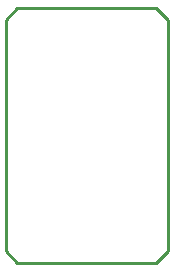
<source format=gbr>
G04 EAGLE Gerber RS-274X export*
G75*
%MOMM*%
%FSLAX34Y34*%
%LPD*%
%IN*%
%IPPOS*%
%AMOC8*
5,1,8,0,0,1.08239X$1,22.5*%
G01*
%ADD10C,0.254000*%


D10*
X0Y10000D02*
X10000Y0D01*
X127160Y0D01*
X137160Y10000D01*
X137160Y205900D01*
X127160Y215900D01*
X10000Y215900D01*
X0Y205900D01*
X0Y10000D01*
M02*

</source>
